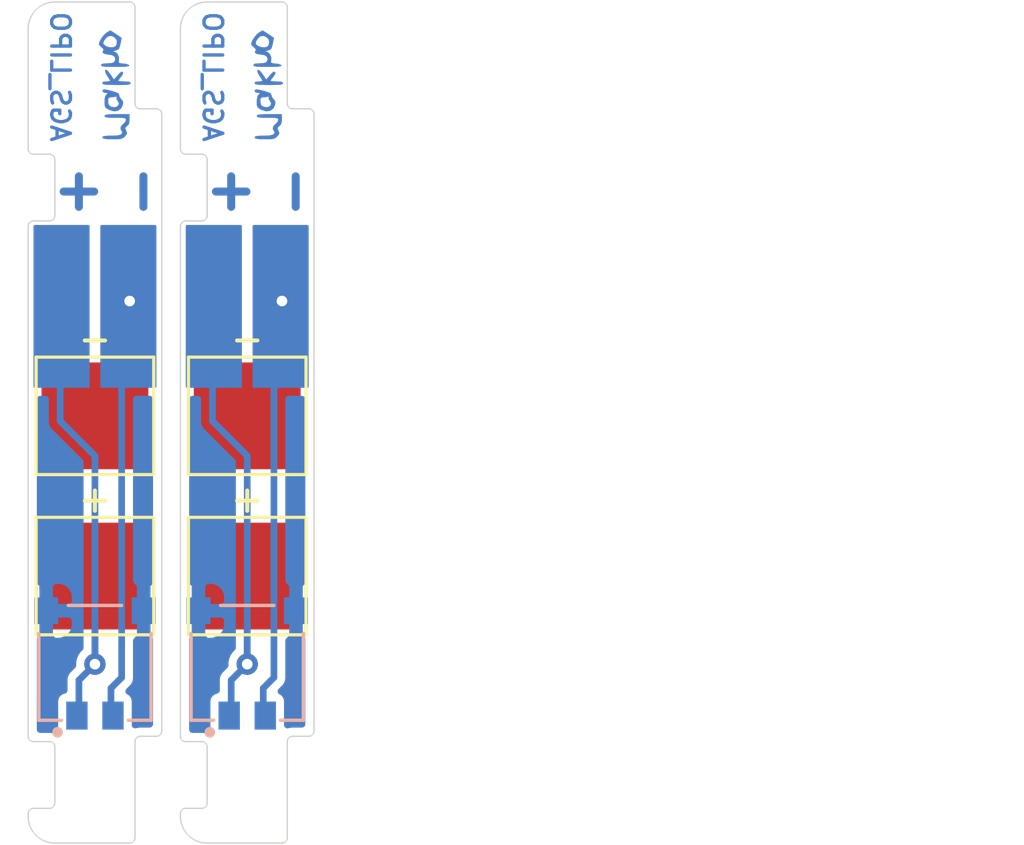
<source format=kicad_pcb>
(kicad_pcb (version 20171130) (host pcbnew "(5.1.6)-1")

  (general
    (thickness 1.6)
    (drawings 88)
    (tracks 32)
    (zones 0)
    (modules 8)
    (nets 4)
  )

  (page A4)
  (layers
    (0 F.Cu signal)
    (31 B.Cu signal)
    (32 B.Adhes user)
    (33 F.Adhes user)
    (34 B.Paste user)
    (35 F.Paste user)
    (36 B.SilkS user)
    (37 F.SilkS user)
    (38 B.Mask user)
    (39 F.Mask user)
    (40 Dwgs.User user)
    (41 Cmts.User user)
    (42 Eco1.User user)
    (43 Eco2.User user)
    (44 Edge.Cuts user)
    (45 Margin user)
    (46 B.CrtYd user)
    (47 F.CrtYd user)
    (48 B.Fab user)
    (49 F.Fab user)
  )

  (setup
    (last_trace_width 0.25)
    (trace_clearance 0.2)
    (zone_clearance 0.3)
    (zone_45_only no)
    (trace_min 0.2)
    (via_size 0.8)
    (via_drill 0.4)
    (via_min_size 0.4)
    (via_min_drill 0.3)
    (uvia_size 0.3)
    (uvia_drill 0.1)
    (uvias_allowed no)
    (uvia_min_size 0.2)
    (uvia_min_drill 0.1)
    (edge_width 0.05)
    (segment_width 0.2)
    (pcb_text_width 0.3)
    (pcb_text_size 1.5 1.5)
    (mod_edge_width 0.12)
    (mod_text_size 1 1)
    (mod_text_width 0.15)
    (pad_size 0.9 1)
    (pad_drill 0)
    (pad_to_mask_clearance 0.051)
    (solder_mask_min_width 0.25)
    (aux_axis_origin 0 0)
    (visible_elements 7FFFFFFF)
    (pcbplotparams
      (layerselection 0x010f0_ffffffff)
      (usegerberextensions true)
      (usegerberattributes false)
      (usegerberadvancedattributes false)
      (creategerberjobfile false)
      (excludeedgelayer true)
      (linewidth 0.150000)
      (plotframeref false)
      (viasonmask false)
      (mode 1)
      (useauxorigin false)
      (hpglpennumber 1)
      (hpglpenspeed 20)
      (hpglpendiameter 15.000000)
      (psnegative false)
      (psa4output false)
      (plotreference true)
      (plotvalue true)
      (plotinvisibletext false)
      (padsonsilk false)
      (subtractmaskfromsilk false)
      (outputformat 1)
      (mirror false)
      (drillshape 0)
      (scaleselection 1)
      (outputdirectory "gerbers(double)/"))
  )

  (net 0 "")
  (net 1 GND)
  (net 2 "Net-(J1-Pad2)")
  (net 3 "Net-(J1-Pad1)")

  (net_class Default "This is the default net class."
    (clearance 0.2)
    (trace_width 0.25)
    (via_dia 0.8)
    (via_drill 0.4)
    (uvia_dia 0.3)
    (uvia_drill 0.1)
    (add_net GND)
    (add_net "Net-(J1-Pad1)")
    (add_net "Net-(J1-Pad2)")
  )

  (module misc_footprints:makho_micro_fmask (layer B.Cu) (tedit 5F25B3E4) (tstamp 5F471623)
    (at 9 3.1 90)
    (fp_text reference Ref** (at 0 -1.7 90) (layer B.SilkS) hide
      (effects (font (size 1.27 1.27) (thickness 0.15)) (justify mirror))
    )
    (fp_text value Val** (at 0 1.45 90) (layer B.SilkS) hide
      (effects (font (size 1.27 1.27) (thickness 0.15)) (justify mirror))
    )
    (fp_poly (pts (xy -1.105667 0.027) (xy -1.107481 -0.181438) (xy -1.114142 -0.318683) (xy -1.127481 -0.398154)
      (xy -1.149327 -0.43327) (xy -1.169167 -0.438667) (xy -1.199437 -0.424273) (xy -1.218593 -0.371631)
      (xy -1.228876 -0.266547) (xy -1.232527 -0.094828) (xy -1.232667 -0.0365) (xy -1.233977 0.150494)
      (xy -1.240082 0.26852) (xy -1.254247 0.333265) (xy -1.279737 0.360412) (xy -1.316358 0.365667)
      (xy -1.398641 0.33261) (xy -1.469393 0.259833) (xy -1.560525 0.172608) (xy -1.660389 0.160547)
      (xy -1.730406 0.203006) (xy -1.789166 0.229053) (xy -1.844706 0.197823) (xy -1.880786 0.14195)
      (xy -1.901543 0.037873) (xy -1.909639 -0.130208) (xy -1.91 -0.18985) (xy -1.914722 -0.374777)
      (xy -1.930498 -0.48295) (xy -1.959746 -0.521839) (xy -2.004884 -0.498914) (xy -2.008778 -0.495111)
      (xy -2.021876 -0.442302) (xy -2.031743 -0.326896) (xy -2.036713 -0.170949) (xy -2.037 -0.12149)
      (xy -2.034588 0.053956) (xy -2.023753 0.167506) (xy -1.999097 0.241874) (xy -1.95522 0.299777)
      (xy -1.93132 0.32319) (xy -1.851678 0.387379) (xy -1.788118 0.395599) (xy -1.718499 0.365131)
      (xy -1.63612 0.331303) (xy -1.583106 0.353644) (xy -1.546612 0.400229) (xy -1.478886 0.463094)
      (xy -1.374447 0.489618) (xy -1.293766 0.492667) (xy -1.105667 0.492667) (xy -1.105667 0.027)) (layer B.Mask) (width 0.01))
    (fp_poly (pts (xy -0.598475 0.23487) (xy -0.538146 0.182995) (xy -0.452577 0.120822) (xy -0.379436 0.102834)
      (xy -0.332328 0.083809) (xy -0.286873 0.000442) (xy -0.243952 -0.132601) (xy -0.206477 -0.277449)
      (xy -0.181204 -0.396747) (xy -0.174333 -0.452027) (xy -0.19875 -0.516583) (xy -0.256119 -0.50956)
      (xy -0.273111 -0.495111) (xy -0.296911 -0.433693) (xy -0.30268 -0.378694) (xy -0.308591 -0.317878)
      (xy -0.335655 -0.33326) (xy -0.360263 -0.364583) (xy -0.431162 -0.41471) (xy -0.556519 -0.43662)
      (xy -0.633223 -0.438667) (xy -0.763229 -0.43464) (xy -0.839116 -0.411484) (xy -0.891396 -0.352582)
      (xy -0.933322 -0.275236) (xy -0.988792 -0.101654) (xy -0.846007 -0.101654) (xy -0.812103 -0.221788)
      (xy -0.810502 -0.224816) (xy -0.739581 -0.291966) (xy -0.617344 -0.311667) (xy -0.517602 -0.303381)
      (xy -0.477083 -0.267009) (xy -0.470667 -0.209296) (xy -0.458914 -0.095816) (xy -0.442306 -0.033018)
      (xy -0.434019 0.017367) (xy -0.46614 0.008631) (xy -0.534671 0.009863) (xy -0.602812 0.052824)
      (xy -0.694473 0.097816) (xy -0.774212 0.0755) (xy -0.82905 0.003226) (xy -0.846007 -0.101654)
      (xy -0.988792 -0.101654) (xy -0.989466 -0.099548) (xy -0.974356 0.053568) (xy -0.89206 0.170838)
      (xy -0.778228 0.230652) (xy -0.670822 0.25442) (xy -0.598475 0.23487)) (layer B.Mask) (width 0.01))
    (fp_poly (pts (xy 0.759655 0.432761) (xy 0.784915 0.326644) (xy 0.791078 0.266886) (xy 0.802682 0.147725)
      (xy 0.824764 0.093972) (xy 0.869195 0.086381) (xy 0.898564 0.092626) (xy 1.029977 0.095134)
      (xy 1.14855 0.048059) (xy 1.224037 -0.034307) (xy 1.234188 -0.065969) (xy 1.248432 -0.122276)
      (xy 1.250707 -0.120021) (xy 1.398919 -0.120021) (xy 1.399791 -0.25076) (xy 1.443277 -0.380038)
      (xy 1.466083 -0.415541) (xy 1.525851 -0.481141) (xy 1.584504 -0.486584) (xy 1.655328 -0.454816)
      (xy 1.754542 -0.384005) (xy 1.815363 -0.311611) (xy 1.833909 -0.198455) (xy 1.791159 -0.084757)
      (xy 1.704949 -0.000079) (xy 1.611046 0.027) (xy 1.505598 0.009686) (xy 1.4428 -0.0238)
      (xy 1.398919 -0.120021) (xy 1.250707 -0.120021) (xy 1.263523 -0.107319) (xy 1.28456 -0.028396)
      (xy 1.313827 0.0552) (xy 1.367231 0.104695) (xy 1.470017 0.138909) (xy 1.525879 0.151521)
      (xy 1.648057 0.177154) (xy 1.730463 0.193372) (xy 1.749504 0.196333) (xy 1.778227 0.163763)
      (xy 1.837757 0.079287) (xy 1.898948 -0.013694) (xy 2.033723 -0.223722) (xy 1.956278 -0.35639)
      (xy 1.875534 -0.451346) (xy 1.75675 -0.545867) (xy 1.630585 -0.619116) (xy 1.5277 -0.650255)
      (xy 1.523759 -0.650333) (xy 1.471154 -0.620113) (xy 1.401828 -0.547378) (xy 1.401314 -0.546725)
      (xy 1.334771 -0.479633) (xy 1.284908 -0.480491) (xy 1.269478 -0.493455) (xy 1.212885 -0.510268)
      (xy 1.164841 -0.459614) (xy 1.139274 -0.358518) (xy 1.13807 -0.332833) (xy 1.114923 -0.165209)
      (xy 1.054943 -0.063291) (xy 0.963695 -0.033001) (xy 0.880933 -0.059308) (xy 0.831344 -0.104033)
      (xy 0.806455 -0.184987) (xy 0.799346 -0.32549) (xy 0.799333 -0.334323) (xy 0.793565 -0.474229)
      (xy 0.773343 -0.546021) (xy 0.735833 -0.565667) (xy 0.709011 -0.553215) (xy 0.690764 -0.507394)
      (xy 0.679578 -0.415506) (xy 0.67394 -0.264854) (xy 0.672335 -0.04274) (xy 0.672333 -0.032972)
      (xy 0.674347 0.197694) (xy 0.68107 0.353707) (xy 0.693521 0.445002) (xy 0.71272 0.481513)
      (xy 0.72525 0.482302) (xy 0.759655 0.432761)) (layer B.Mask) (width 0.01))
    (fp_poly (pts (xy 0.096794 0.514097) (xy 0.11651 0.440749) (xy 0.122 0.302167) (xy 0.126217 0.174631)
      (xy 0.137094 0.09006) (xy 0.147639 0.069333) (xy 0.1934 0.094134) (xy 0.275566 0.155843)
      (xy 0.301887 0.177551) (xy 0.399306 0.245474) (xy 0.461424 0.250665) (xy 0.477107 0.239159)
      (xy 0.48627 0.192584) (xy 0.433459 0.121601) (xy 0.357892 0.053331) (xy 0.192067 -0.085888)
      (xy 0.393678 -0.2246) (xy 0.512711 -0.316241) (xy 0.558983 -0.378765) (xy 0.550854 -0.407746)
      (xy 0.492058 -0.41898) (xy 0.388101 -0.372221) (xy 0.336284 -0.33959) (xy 0.23262 -0.273764)
      (xy 0.16069 -0.233219) (xy 0.144074 -0.227) (xy 0.129475 -0.264265) (xy 0.122187 -0.355881)
      (xy 0.122 -0.375167) (xy 0.108684 -0.487959) (xy 0.070161 -0.523482) (xy 0.023222 -0.495111)
      (xy 0.012192 -0.444013) (xy 0.003182 -0.325989) (xy -0.002864 -0.158773) (xy -0.005 0.034056)
      (xy -0.003375 0.251341) (xy 0.002603 0.397031) (xy 0.014584 0.484152) (xy 0.03422 0.525732)
      (xy 0.0585 0.535) (xy 0.096794 0.514097)) (layer B.Mask) (width 0.01))
    (fp_poly (pts (xy 0.096794 0.514097) (xy 0.11651 0.440749) (xy 0.122 0.302167) (xy 0.126217 0.174631)
      (xy 0.137094 0.09006) (xy 0.147639 0.069333) (xy 0.1934 0.094134) (xy 0.275566 0.155843)
      (xy 0.301887 0.177551) (xy 0.399306 0.245474) (xy 0.461424 0.250665) (xy 0.477107 0.239159)
      (xy 0.48627 0.192584) (xy 0.433459 0.121601) (xy 0.357892 0.053331) (xy 0.192067 -0.085888)
      (xy 0.393678 -0.2246) (xy 0.512711 -0.316241) (xy 0.558983 -0.378765) (xy 0.550854 -0.407746)
      (xy 0.492058 -0.41898) (xy 0.388101 -0.372221) (xy 0.336284 -0.33959) (xy 0.23262 -0.273764)
      (xy 0.16069 -0.233219) (xy 0.144074 -0.227) (xy 0.129475 -0.264265) (xy 0.122187 -0.355881)
      (xy 0.122 -0.375167) (xy 0.108684 -0.487959) (xy 0.070161 -0.523482) (xy 0.023222 -0.495111)
      (xy 0.012192 -0.444013) (xy 0.003182 -0.325989) (xy -0.002864 -0.158773) (xy -0.005 0.034056)
      (xy -0.003375 0.251341) (xy 0.002603 0.397031) (xy 0.014584 0.484152) (xy 0.03422 0.525732)
      (xy 0.0585 0.535) (xy 0.096794 0.514097)) (layer B.Cu) (width 0.01))
    (fp_poly (pts (xy -0.598475 0.23487) (xy -0.538146 0.182995) (xy -0.452577 0.120822) (xy -0.379436 0.102834)
      (xy -0.332328 0.083809) (xy -0.286873 0.000442) (xy -0.243952 -0.132601) (xy -0.206477 -0.277449)
      (xy -0.181204 -0.396747) (xy -0.174333 -0.452027) (xy -0.19875 -0.516583) (xy -0.256119 -0.50956)
      (xy -0.273111 -0.495111) (xy -0.296911 -0.433693) (xy -0.30268 -0.378694) (xy -0.308591 -0.317878)
      (xy -0.335655 -0.33326) (xy -0.360263 -0.364583) (xy -0.431162 -0.41471) (xy -0.556519 -0.43662)
      (xy -0.633223 -0.438667) (xy -0.763229 -0.43464) (xy -0.839116 -0.411484) (xy -0.891396 -0.352582)
      (xy -0.933322 -0.275236) (xy -0.988792 -0.101654) (xy -0.846007 -0.101654) (xy -0.812103 -0.221788)
      (xy -0.810502 -0.224816) (xy -0.739581 -0.291966) (xy -0.617344 -0.311667) (xy -0.517602 -0.303381)
      (xy -0.477083 -0.267009) (xy -0.470667 -0.209296) (xy -0.458914 -0.095816) (xy -0.442306 -0.033018)
      (xy -0.434019 0.017367) (xy -0.46614 0.008631) (xy -0.534671 0.009863) (xy -0.602812 0.052824)
      (xy -0.694473 0.097816) (xy -0.774212 0.0755) (xy -0.82905 0.003226) (xy -0.846007 -0.101654)
      (xy -0.988792 -0.101654) (xy -0.989466 -0.099548) (xy -0.974356 0.053568) (xy -0.89206 0.170838)
      (xy -0.778228 0.230652) (xy -0.670822 0.25442) (xy -0.598475 0.23487)) (layer B.Cu) (width 0.01))
    (fp_poly (pts (xy -1.105667 0.027) (xy -1.107481 -0.181438) (xy -1.114142 -0.318683) (xy -1.127481 -0.398154)
      (xy -1.149327 -0.43327) (xy -1.169167 -0.438667) (xy -1.199437 -0.424273) (xy -1.218593 -0.371631)
      (xy -1.228876 -0.266547) (xy -1.232527 -0.094828) (xy -1.232667 -0.0365) (xy -1.233977 0.150494)
      (xy -1.240082 0.26852) (xy -1.254247 0.333265) (xy -1.279737 0.360412) (xy -1.316358 0.365667)
      (xy -1.398641 0.33261) (xy -1.469393 0.259833) (xy -1.560525 0.172608) (xy -1.660389 0.160547)
      (xy -1.730406 0.203006) (xy -1.789166 0.229053) (xy -1.844706 0.197823) (xy -1.880786 0.14195)
      (xy -1.901543 0.037873) (xy -1.909639 -0.130208) (xy -1.91 -0.18985) (xy -1.914722 -0.374777)
      (xy -1.930498 -0.48295) (xy -1.959746 -0.521839) (xy -2.004884 -0.498914) (xy -2.008778 -0.495111)
      (xy -2.021876 -0.442302) (xy -2.031743 -0.326896) (xy -2.036713 -0.170949) (xy -2.037 -0.12149)
      (xy -2.034588 0.053956) (xy -2.023753 0.167506) (xy -1.999097 0.241874) (xy -1.95522 0.299777)
      (xy -1.93132 0.32319) (xy -1.851678 0.387379) (xy -1.788118 0.395599) (xy -1.718499 0.365131)
      (xy -1.63612 0.331303) (xy -1.583106 0.353644) (xy -1.546612 0.400229) (xy -1.478886 0.463094)
      (xy -1.374447 0.489618) (xy -1.293766 0.492667) (xy -1.105667 0.492667) (xy -1.105667 0.027)) (layer B.Cu) (width 0.01))
    (fp_poly (pts (xy 0.759655 0.432761) (xy 0.784915 0.326644) (xy 0.791078 0.266886) (xy 0.802682 0.147725)
      (xy 0.824764 0.093972) (xy 0.869195 0.086381) (xy 0.898564 0.092626) (xy 1.029977 0.095134)
      (xy 1.14855 0.048059) (xy 1.224037 -0.034307) (xy 1.234188 -0.065969) (xy 1.248432 -0.122276)
      (xy 1.250707 -0.120021) (xy 1.398919 -0.120021) (xy 1.399791 -0.25076) (xy 1.443277 -0.380038)
      (xy 1.466083 -0.415541) (xy 1.525851 -0.481141) (xy 1.584504 -0.486584) (xy 1.655328 -0.454816)
      (xy 1.754542 -0.384005) (xy 1.815363 -0.311611) (xy 1.833909 -0.198455) (xy 1.791159 -0.084757)
      (xy 1.704949 -0.000079) (xy 1.611046 0.027) (xy 1.505598 0.009686) (xy 1.4428 -0.0238)
      (xy 1.398919 -0.120021) (xy 1.250707 -0.120021) (xy 1.263523 -0.107319) (xy 1.28456 -0.028396)
      (xy 1.313827 0.0552) (xy 1.367231 0.104695) (xy 1.470017 0.138909) (xy 1.525879 0.151521)
      (xy 1.648057 0.177154) (xy 1.730463 0.193372) (xy 1.749504 0.196333) (xy 1.778227 0.163763)
      (xy 1.837757 0.079287) (xy 1.898948 -0.013694) (xy 2.033723 -0.223722) (xy 1.956278 -0.35639)
      (xy 1.875534 -0.451346) (xy 1.75675 -0.545867) (xy 1.630585 -0.619116) (xy 1.5277 -0.650255)
      (xy 1.523759 -0.650333) (xy 1.471154 -0.620113) (xy 1.401828 -0.547378) (xy 1.401314 -0.546725)
      (xy 1.334771 -0.479633) (xy 1.284908 -0.480491) (xy 1.269478 -0.493455) (xy 1.212885 -0.510268)
      (xy 1.164841 -0.459614) (xy 1.139274 -0.358518) (xy 1.13807 -0.332833) (xy 1.114923 -0.165209)
      (xy 1.054943 -0.063291) (xy 0.963695 -0.033001) (xy 0.880933 -0.059308) (xy 0.831344 -0.104033)
      (xy 0.806455 -0.184987) (xy 0.799346 -0.32549) (xy 0.799333 -0.334323) (xy 0.793565 -0.474229)
      (xy 0.773343 -0.546021) (xy 0.735833 -0.565667) (xy 0.709011 -0.553215) (xy 0.690764 -0.507394)
      (xy 0.679578 -0.415506) (xy 0.67394 -0.264854) (xy 0.672335 -0.04274) (xy 0.672333 -0.032972)
      (xy 0.674347 0.197694) (xy 0.68107 0.353707) (xy 0.693521 0.445002) (xy 0.71272 0.481513)
      (xy 0.72525 0.482302) (xy 0.759655 0.432761)) (layer B.Cu) (width 0.01))
  )

  (module TestPoint:TestPoint_Pad_4.0x4.0mm (layer F.Cu) (tedit 5A0F774F) (tstamp 5F471611)
    (at 8.2 21.5)
    (descr "SMD rectangular pad as test Point, square 4.0mm side length")
    (tags "test point SMD pad rectangle square")
    (path /5F0BE68B)
    (attr virtual)
    (fp_text reference + (at 0 -2.898) (layer F.SilkS)
      (effects (font (size 1 1) (thickness 0.15)))
    )
    (fp_text value TestPoint (at 0 3.1) (layer F.Fab)
      (effects (font (size 1 1) (thickness 0.15)))
    )
    (fp_line (start -2.2 -2.2) (end 2.2 -2.2) (layer F.SilkS) (width 0.12))
    (fp_line (start 2.2 -2.2) (end 2.2 2.2) (layer F.SilkS) (width 0.12))
    (fp_line (start 2.2 2.2) (end -2.2 2.2) (layer F.SilkS) (width 0.12))
    (fp_line (start -2.2 2.2) (end -2.2 -2.2) (layer F.SilkS) (width 0.12))
    (fp_line (start -2.5 -2.5) (end 2.5 -2.5) (layer F.CrtYd) (width 0.05))
    (fp_line (start -2.5 -2.5) (end -2.5 2.5) (layer F.CrtYd) (width 0.05))
    (fp_line (start 2.5 2.5) (end 2.5 -2.5) (layer F.CrtYd) (width 0.05))
    (fp_line (start 2.5 2.5) (end -2.5 2.5) (layer F.CrtYd) (width 0.05))
    (fp_text user %R (at 0 -2.9) (layer F.Fab)
      (effects (font (size 1 1) (thickness 0.15)))
    )
    (pad 1 smd rect (at 0 0) (size 4 4) (layers F.Cu F.Mask))
  )

  (module "misc_footprints:JST_BM02B-ACHSS-GAN-TF(LF)(SN)" (layer B.Cu) (tedit 5F4715CE) (tstamp 5F4715FB)
    (at 8.2 24.75)
    (path /5F0BDC23)
    (fp_text reference J1 (at 1.075 3.635) (layer B.SilkS) hide
      (effects (font (size 1 1) (thickness 0.015)) (justify mirror))
    )
    (fp_text value "BM02B-ACHSS-GAN-TF(LF)(SN)" (at 16.95 -3.365) (layer B.Fab)
      (effects (font (size 1 1) (thickness 0.015)) (justify mirror))
    )
    (fp_line (start -2.1 2.15) (end 2.1 2.15) (layer B.Fab) (width 0.127))
    (fp_line (start 2.1 2.15) (end 2.1 -2.15) (layer B.Fab) (width 0.127))
    (fp_line (start 2.1 -2.15) (end -2.1 -2.15) (layer B.Fab) (width 0.127))
    (fp_line (start -2.1 -2.15) (end -2.1 2.15) (layer B.Fab) (width 0.127))
    (fp_line (start -1.25 2.15) (end -2.1 2.15) (layer B.SilkS) (width 0.127))
    (fp_line (start -2.1 2.15) (end -2.1 -1.1) (layer B.SilkS) (width 0.127))
    (fp_line (start 1.25 2.15) (end 2.1 2.15) (layer B.SilkS) (width 0.127))
    (fp_line (start 2.1 2.15) (end 2.1 -1.1) (layer B.SilkS) (width 0.127))
    (fp_line (start -1 -2.15) (end 1 -2.15) (layer B.SilkS) (width 0.127))
    (fp_line (start -2.35 2.5625) (end 2.35 2.5625) (layer B.CrtYd) (width 0.05))
    (fp_line (start 2.35 2.5625) (end 2.35 -2.54) (layer B.CrtYd) (width 0.05))
    (fp_line (start 2.35 -2.54) (end -2.35 -2.54) (layer B.CrtYd) (width 0.05))
    (fp_line (start -2.35 -2.54) (end -2.35 2.5625) (layer B.CrtYd) (width 0.05))
    (fp_circle (center -1.4 2.6) (end -1.3 2.6) (layer B.SilkS) (width 0.2))
    (fp_circle (center -1.4 2.6) (end -1.3 2.6) (layer B.Fab) (width 0.2))
    (pad 1 smd rect (at -0.675 1.975) (size 0.8 1.05) (layers B.Cu B.Paste B.Mask))
    (pad 2 smd rect (at 0.675 1.975) (size 0.8 1.05) (layers B.Cu B.Paste B.Mask))
    (pad S1 smd rect (at -1.825 -1.95) (size 0.9 1) (layers B.Cu B.Paste B.Mask)
      (net 1 GND))
    (pad S2 smd rect (at 1.825 -1.95) (size 0.9 1) (layers B.Cu B.Paste B.Mask)
      (net 1 GND))
  )

  (module TestPoint:TestPoint_Pad_4.0x4.0mm (layer F.Cu) (tedit 5A0F774F) (tstamp 5F4715EE)
    (at 8.2 15.5)
    (descr "SMD rectangular pad as test Point, square 4.0mm side length")
    (tags "test point SMD pad rectangle square")
    (path /5F0BEC84)
    (attr virtual)
    (fp_text reference - (at 0 -2.898) (layer F.SilkS)
      (effects (font (size 1 1) (thickness 0.15)))
    )
    (fp_text value TestPoint (at 0 3.1) (layer F.Fab)
      (effects (font (size 1 1) (thickness 0.15)))
    )
    (fp_line (start 2.5 2.5) (end -2.5 2.5) (layer F.CrtYd) (width 0.05))
    (fp_line (start 2.5 2.5) (end 2.5 -2.5) (layer F.CrtYd) (width 0.05))
    (fp_line (start -2.5 -2.5) (end -2.5 2.5) (layer F.CrtYd) (width 0.05))
    (fp_line (start -2.5 -2.5) (end 2.5 -2.5) (layer F.CrtYd) (width 0.05))
    (fp_line (start -2.2 2.2) (end -2.2 -2.2) (layer F.SilkS) (width 0.12))
    (fp_line (start 2.2 2.2) (end -2.2 2.2) (layer F.SilkS) (width 0.12))
    (fp_line (start 2.2 -2.2) (end 2.2 2.2) (layer F.SilkS) (width 0.12))
    (fp_line (start -2.2 -2.2) (end 2.2 -2.2) (layer F.SilkS) (width 0.12))
    (fp_text user %R (at 0 -2.9) (layer F.Fab)
      (effects (font (size 1 1) (thickness 0.15)))
    )
    (pad 1 smd rect (at 0 0) (size 4 4) (layers F.Cu F.Mask))
  )

  (module "misc_footprints:JST_BM02B-ACHSS-GAN-TF(LF)(SN)" (layer B.Cu) (tedit 5F3EEB13) (tstamp 5F3EEAD0)
    (at 2.5 24.75)
    (path /5F0BDC23)
    (fp_text reference J1 (at 1.075 3.635) (layer B.SilkS) hide
      (effects (font (size 1 1) (thickness 0.015)) (justify mirror))
    )
    (fp_text value "BM02B-ACHSS-GAN-TF(LF)(SN)" (at 16.95 -3.365) (layer B.Fab)
      (effects (font (size 1 1) (thickness 0.015)) (justify mirror))
    )
    (fp_line (start -2.1 2.15) (end 2.1 2.15) (layer B.Fab) (width 0.127))
    (fp_line (start 2.1 2.15) (end 2.1 -2.15) (layer B.Fab) (width 0.127))
    (fp_line (start 2.1 -2.15) (end -2.1 -2.15) (layer B.Fab) (width 0.127))
    (fp_line (start -2.1 -2.15) (end -2.1 2.15) (layer B.Fab) (width 0.127))
    (fp_line (start -1.25 2.15) (end -2.1 2.15) (layer B.SilkS) (width 0.127))
    (fp_line (start -2.1 2.15) (end -2.1 -1.1) (layer B.SilkS) (width 0.127))
    (fp_line (start 1.25 2.15) (end 2.1 2.15) (layer B.SilkS) (width 0.127))
    (fp_line (start 2.1 2.15) (end 2.1 -1.1) (layer B.SilkS) (width 0.127))
    (fp_line (start -1 -2.15) (end 1 -2.15) (layer B.SilkS) (width 0.127))
    (fp_line (start -2.35 2.5625) (end 2.35 2.5625) (layer B.CrtYd) (width 0.05))
    (fp_line (start 2.35 2.5625) (end 2.35 -2.54) (layer B.CrtYd) (width 0.05))
    (fp_line (start 2.35 -2.54) (end -2.35 -2.54) (layer B.CrtYd) (width 0.05))
    (fp_line (start -2.35 -2.54) (end -2.35 2.5625) (layer B.CrtYd) (width 0.05))
    (fp_circle (center -1.4 2.6) (end -1.3 2.6) (layer B.SilkS) (width 0.2))
    (fp_circle (center -1.4 2.6) (end -1.3 2.6) (layer B.Fab) (width 0.2))
    (pad S2 smd rect (at 1.825 -1.95) (size 0.9 1) (layers B.Cu B.Paste B.Mask)
      (net 1 GND))
    (pad S1 smd rect (at -1.825 -1.95) (size 0.9 1) (layers B.Cu B.Paste B.Mask)
      (net 1 GND))
    (pad 2 smd rect (at 0.675 1.975) (size 0.8 1.05) (layers B.Cu B.Paste B.Mask)
      (net 2 "Net-(J1-Pad2)"))
    (pad 1 smd rect (at -0.675 1.975) (size 0.8 1.05) (layers B.Cu B.Paste B.Mask)
      (net 3 "Net-(J1-Pad1)"))
  )

  (module misc_footprints:makho_micro_fmask (layer B.Cu) (tedit 5F25B3E4) (tstamp 5F26150A)
    (at 3.3 3.1 90)
    (fp_text reference Ref** (at 0 -1.7 90) (layer B.SilkS) hide
      (effects (font (size 1.27 1.27) (thickness 0.15)) (justify mirror))
    )
    (fp_text value Val** (at 0 1.45 90) (layer B.SilkS) hide
      (effects (font (size 1.27 1.27) (thickness 0.15)) (justify mirror))
    )
    (fp_poly (pts (xy -1.105667 0.027) (xy -1.107481 -0.181438) (xy -1.114142 -0.318683) (xy -1.127481 -0.398154)
      (xy -1.149327 -0.43327) (xy -1.169167 -0.438667) (xy -1.199437 -0.424273) (xy -1.218593 -0.371631)
      (xy -1.228876 -0.266547) (xy -1.232527 -0.094828) (xy -1.232667 -0.0365) (xy -1.233977 0.150494)
      (xy -1.240082 0.26852) (xy -1.254247 0.333265) (xy -1.279737 0.360412) (xy -1.316358 0.365667)
      (xy -1.398641 0.33261) (xy -1.469393 0.259833) (xy -1.560525 0.172608) (xy -1.660389 0.160547)
      (xy -1.730406 0.203006) (xy -1.789166 0.229053) (xy -1.844706 0.197823) (xy -1.880786 0.14195)
      (xy -1.901543 0.037873) (xy -1.909639 -0.130208) (xy -1.91 -0.18985) (xy -1.914722 -0.374777)
      (xy -1.930498 -0.48295) (xy -1.959746 -0.521839) (xy -2.004884 -0.498914) (xy -2.008778 -0.495111)
      (xy -2.021876 -0.442302) (xy -2.031743 -0.326896) (xy -2.036713 -0.170949) (xy -2.037 -0.12149)
      (xy -2.034588 0.053956) (xy -2.023753 0.167506) (xy -1.999097 0.241874) (xy -1.95522 0.299777)
      (xy -1.93132 0.32319) (xy -1.851678 0.387379) (xy -1.788118 0.395599) (xy -1.718499 0.365131)
      (xy -1.63612 0.331303) (xy -1.583106 0.353644) (xy -1.546612 0.400229) (xy -1.478886 0.463094)
      (xy -1.374447 0.489618) (xy -1.293766 0.492667) (xy -1.105667 0.492667) (xy -1.105667 0.027)) (layer B.Mask) (width 0.01))
    (fp_poly (pts (xy -0.598475 0.23487) (xy -0.538146 0.182995) (xy -0.452577 0.120822) (xy -0.379436 0.102834)
      (xy -0.332328 0.083809) (xy -0.286873 0.000442) (xy -0.243952 -0.132601) (xy -0.206477 -0.277449)
      (xy -0.181204 -0.396747) (xy -0.174333 -0.452027) (xy -0.19875 -0.516583) (xy -0.256119 -0.50956)
      (xy -0.273111 -0.495111) (xy -0.296911 -0.433693) (xy -0.30268 -0.378694) (xy -0.308591 -0.317878)
      (xy -0.335655 -0.33326) (xy -0.360263 -0.364583) (xy -0.431162 -0.41471) (xy -0.556519 -0.43662)
      (xy -0.633223 -0.438667) (xy -0.763229 -0.43464) (xy -0.839116 -0.411484) (xy -0.891396 -0.352582)
      (xy -0.933322 -0.275236) (xy -0.988792 -0.101654) (xy -0.846007 -0.101654) (xy -0.812103 -0.221788)
      (xy -0.810502 -0.224816) (xy -0.739581 -0.291966) (xy -0.617344 -0.311667) (xy -0.517602 -0.303381)
      (xy -0.477083 -0.267009) (xy -0.470667 -0.209296) (xy -0.458914 -0.095816) (xy -0.442306 -0.033018)
      (xy -0.434019 0.017367) (xy -0.46614 0.008631) (xy -0.534671 0.009863) (xy -0.602812 0.052824)
      (xy -0.694473 0.097816) (xy -0.774212 0.0755) (xy -0.82905 0.003226) (xy -0.846007 -0.101654)
      (xy -0.988792 -0.101654) (xy -0.989466 -0.099548) (xy -0.974356 0.053568) (xy -0.89206 0.170838)
      (xy -0.778228 0.230652) (xy -0.670822 0.25442) (xy -0.598475 0.23487)) (layer B.Mask) (width 0.01))
    (fp_poly (pts (xy 0.759655 0.432761) (xy 0.784915 0.326644) (xy 0.791078 0.266886) (xy 0.802682 0.147725)
      (xy 0.824764 0.093972) (xy 0.869195 0.086381) (xy 0.898564 0.092626) (xy 1.029977 0.095134)
      (xy 1.14855 0.048059) (xy 1.224037 -0.034307) (xy 1.234188 -0.065969) (xy 1.248432 -0.122276)
      (xy 1.250707 -0.120021) (xy 1.398919 -0.120021) (xy 1.399791 -0.25076) (xy 1.443277 -0.380038)
      (xy 1.466083 -0.415541) (xy 1.525851 -0.481141) (xy 1.584504 -0.486584) (xy 1.655328 -0.454816)
      (xy 1.754542 -0.384005) (xy 1.815363 -0.311611) (xy 1.833909 -0.198455) (xy 1.791159 -0.084757)
      (xy 1.704949 -0.000079) (xy 1.611046 0.027) (xy 1.505598 0.009686) (xy 1.4428 -0.0238)
      (xy 1.398919 -0.120021) (xy 1.250707 -0.120021) (xy 1.263523 -0.107319) (xy 1.28456 -0.028396)
      (xy 1.313827 0.0552) (xy 1.367231 0.104695) (xy 1.470017 0.138909) (xy 1.525879 0.151521)
      (xy 1.648057 0.177154) (xy 1.730463 0.193372) (xy 1.749504 0.196333) (xy 1.778227 0.163763)
      (xy 1.837757 0.079287) (xy 1.898948 -0.013694) (xy 2.033723 -0.223722) (xy 1.956278 -0.35639)
      (xy 1.875534 -0.451346) (xy 1.75675 -0.545867) (xy 1.630585 -0.619116) (xy 1.5277 -0.650255)
      (xy 1.523759 -0.650333) (xy 1.471154 -0.620113) (xy 1.401828 -0.547378) (xy 1.401314 -0.546725)
      (xy 1.334771 -0.479633) (xy 1.284908 -0.480491) (xy 1.269478 -0.493455) (xy 1.212885 -0.510268)
      (xy 1.164841 -0.459614) (xy 1.139274 -0.358518) (xy 1.13807 -0.332833) (xy 1.114923 -0.165209)
      (xy 1.054943 -0.063291) (xy 0.963695 -0.033001) (xy 0.880933 -0.059308) (xy 0.831344 -0.104033)
      (xy 0.806455 -0.184987) (xy 0.799346 -0.32549) (xy 0.799333 -0.334323) (xy 0.793565 -0.474229)
      (xy 0.773343 -0.546021) (xy 0.735833 -0.565667) (xy 0.709011 -0.553215) (xy 0.690764 -0.507394)
      (xy 0.679578 -0.415506) (xy 0.67394 -0.264854) (xy 0.672335 -0.04274) (xy 0.672333 -0.032972)
      (xy 0.674347 0.197694) (xy 0.68107 0.353707) (xy 0.693521 0.445002) (xy 0.71272 0.481513)
      (xy 0.72525 0.482302) (xy 0.759655 0.432761)) (layer B.Mask) (width 0.01))
    (fp_poly (pts (xy 0.096794 0.514097) (xy 0.11651 0.440749) (xy 0.122 0.302167) (xy 0.126217 0.174631)
      (xy 0.137094 0.09006) (xy 0.147639 0.069333) (xy 0.1934 0.094134) (xy 0.275566 0.155843)
      (xy 0.301887 0.177551) (xy 0.399306 0.245474) (xy 0.461424 0.250665) (xy 0.477107 0.239159)
      (xy 0.48627 0.192584) (xy 0.433459 0.121601) (xy 0.357892 0.053331) (xy 0.192067 -0.085888)
      (xy 0.393678 -0.2246) (xy 0.512711 -0.316241) (xy 0.558983 -0.378765) (xy 0.550854 -0.407746)
      (xy 0.492058 -0.41898) (xy 0.388101 -0.372221) (xy 0.336284 -0.33959) (xy 0.23262 -0.273764)
      (xy 0.16069 -0.233219) (xy 0.144074 -0.227) (xy 0.129475 -0.264265) (xy 0.122187 -0.355881)
      (xy 0.122 -0.375167) (xy 0.108684 -0.487959) (xy 0.070161 -0.523482) (xy 0.023222 -0.495111)
      (xy 0.012192 -0.444013) (xy 0.003182 -0.325989) (xy -0.002864 -0.158773) (xy -0.005 0.034056)
      (xy -0.003375 0.251341) (xy 0.002603 0.397031) (xy 0.014584 0.484152) (xy 0.03422 0.525732)
      (xy 0.0585 0.535) (xy 0.096794 0.514097)) (layer B.Mask) (width 0.01))
    (fp_poly (pts (xy 0.096794 0.514097) (xy 0.11651 0.440749) (xy 0.122 0.302167) (xy 0.126217 0.174631)
      (xy 0.137094 0.09006) (xy 0.147639 0.069333) (xy 0.1934 0.094134) (xy 0.275566 0.155843)
      (xy 0.301887 0.177551) (xy 0.399306 0.245474) (xy 0.461424 0.250665) (xy 0.477107 0.239159)
      (xy 0.48627 0.192584) (xy 0.433459 0.121601) (xy 0.357892 0.053331) (xy 0.192067 -0.085888)
      (xy 0.393678 -0.2246) (xy 0.512711 -0.316241) (xy 0.558983 -0.378765) (xy 0.550854 -0.407746)
      (xy 0.492058 -0.41898) (xy 0.388101 -0.372221) (xy 0.336284 -0.33959) (xy 0.23262 -0.273764)
      (xy 0.16069 -0.233219) (xy 0.144074 -0.227) (xy 0.129475 -0.264265) (xy 0.122187 -0.355881)
      (xy 0.122 -0.375167) (xy 0.108684 -0.487959) (xy 0.070161 -0.523482) (xy 0.023222 -0.495111)
      (xy 0.012192 -0.444013) (xy 0.003182 -0.325989) (xy -0.002864 -0.158773) (xy -0.005 0.034056)
      (xy -0.003375 0.251341) (xy 0.002603 0.397031) (xy 0.014584 0.484152) (xy 0.03422 0.525732)
      (xy 0.0585 0.535) (xy 0.096794 0.514097)) (layer B.Cu) (width 0.01))
    (fp_poly (pts (xy -0.598475 0.23487) (xy -0.538146 0.182995) (xy -0.452577 0.120822) (xy -0.379436 0.102834)
      (xy -0.332328 0.083809) (xy -0.286873 0.000442) (xy -0.243952 -0.132601) (xy -0.206477 -0.277449)
      (xy -0.181204 -0.396747) (xy -0.174333 -0.452027) (xy -0.19875 -0.516583) (xy -0.256119 -0.50956)
      (xy -0.273111 -0.495111) (xy -0.296911 -0.433693) (xy -0.30268 -0.378694) (xy -0.308591 -0.317878)
      (xy -0.335655 -0.33326) (xy -0.360263 -0.364583) (xy -0.431162 -0.41471) (xy -0.556519 -0.43662)
      (xy -0.633223 -0.438667) (xy -0.763229 -0.43464) (xy -0.839116 -0.411484) (xy -0.891396 -0.352582)
      (xy -0.933322 -0.275236) (xy -0.988792 -0.101654) (xy -0.846007 -0.101654) (xy -0.812103 -0.221788)
      (xy -0.810502 -0.224816) (xy -0.739581 -0.291966) (xy -0.617344 -0.311667) (xy -0.517602 -0.303381)
      (xy -0.477083 -0.267009) (xy -0.470667 -0.209296) (xy -0.458914 -0.095816) (xy -0.442306 -0.033018)
      (xy -0.434019 0.017367) (xy -0.46614 0.008631) (xy -0.534671 0.009863) (xy -0.602812 0.052824)
      (xy -0.694473 0.097816) (xy -0.774212 0.0755) (xy -0.82905 0.003226) (xy -0.846007 -0.101654)
      (xy -0.988792 -0.101654) (xy -0.989466 -0.099548) (xy -0.974356 0.053568) (xy -0.89206 0.170838)
      (xy -0.778228 0.230652) (xy -0.670822 0.25442) (xy -0.598475 0.23487)) (layer B.Cu) (width 0.01))
    (fp_poly (pts (xy -1.105667 0.027) (xy -1.107481 -0.181438) (xy -1.114142 -0.318683) (xy -1.127481 -0.398154)
      (xy -1.149327 -0.43327) (xy -1.169167 -0.438667) (xy -1.199437 -0.424273) (xy -1.218593 -0.371631)
      (xy -1.228876 -0.266547) (xy -1.232527 -0.094828) (xy -1.232667 -0.0365) (xy -1.233977 0.150494)
      (xy -1.240082 0.26852) (xy -1.254247 0.333265) (xy -1.279737 0.360412) (xy -1.316358 0.365667)
      (xy -1.398641 0.33261) (xy -1.469393 0.259833) (xy -1.560525 0.172608) (xy -1.660389 0.160547)
      (xy -1.730406 0.203006) (xy -1.789166 0.229053) (xy -1.844706 0.197823) (xy -1.880786 0.14195)
      (xy -1.901543 0.037873) (xy -1.909639 -0.130208) (xy -1.91 -0.18985) (xy -1.914722 -0.374777)
      (xy -1.930498 -0.48295) (xy -1.959746 -0.521839) (xy -2.004884 -0.498914) (xy -2.008778 -0.495111)
      (xy -2.021876 -0.442302) (xy -2.031743 -0.326896) (xy -2.036713 -0.170949) (xy -2.037 -0.12149)
      (xy -2.034588 0.053956) (xy -2.023753 0.167506) (xy -1.999097 0.241874) (xy -1.95522 0.299777)
      (xy -1.93132 0.32319) (xy -1.851678 0.387379) (xy -1.788118 0.395599) (xy -1.718499 0.365131)
      (xy -1.63612 0.331303) (xy -1.583106 0.353644) (xy -1.546612 0.400229) (xy -1.478886 0.463094)
      (xy -1.374447 0.489618) (xy -1.293766 0.492667) (xy -1.105667 0.492667) (xy -1.105667 0.027)) (layer B.Cu) (width 0.01))
    (fp_poly (pts (xy 0.759655 0.432761) (xy 0.784915 0.326644) (xy 0.791078 0.266886) (xy 0.802682 0.147725)
      (xy 0.824764 0.093972) (xy 0.869195 0.086381) (xy 0.898564 0.092626) (xy 1.029977 0.095134)
      (xy 1.14855 0.048059) (xy 1.224037 -0.034307) (xy 1.234188 -0.065969) (xy 1.248432 -0.122276)
      (xy 1.250707 -0.120021) (xy 1.398919 -0.120021) (xy 1.399791 -0.25076) (xy 1.443277 -0.380038)
      (xy 1.466083 -0.415541) (xy 1.525851 -0.481141) (xy 1.584504 -0.486584) (xy 1.655328 -0.454816)
      (xy 1.754542 -0.384005) (xy 1.815363 -0.311611) (xy 1.833909 -0.198455) (xy 1.791159 -0.084757)
      (xy 1.704949 -0.000079) (xy 1.611046 0.027) (xy 1.505598 0.009686) (xy 1.4428 -0.0238)
      (xy 1.398919 -0.120021) (xy 1.250707 -0.120021) (xy 1.263523 -0.107319) (xy 1.28456 -0.028396)
      (xy 1.313827 0.0552) (xy 1.367231 0.104695) (xy 1.470017 0.138909) (xy 1.525879 0.151521)
      (xy 1.648057 0.177154) (xy 1.730463 0.193372) (xy 1.749504 0.196333) (xy 1.778227 0.163763)
      (xy 1.837757 0.079287) (xy 1.898948 -0.013694) (xy 2.033723 -0.223722) (xy 1.956278 -0.35639)
      (xy 1.875534 -0.451346) (xy 1.75675 -0.545867) (xy 1.630585 -0.619116) (xy 1.5277 -0.650255)
      (xy 1.523759 -0.650333) (xy 1.471154 -0.620113) (xy 1.401828 -0.547378) (xy 1.401314 -0.546725)
      (xy 1.334771 -0.479633) (xy 1.284908 -0.480491) (xy 1.269478 -0.493455) (xy 1.212885 -0.510268)
      (xy 1.164841 -0.459614) (xy 1.139274 -0.358518) (xy 1.13807 -0.332833) (xy 1.114923 -0.165209)
      (xy 1.054943 -0.063291) (xy 0.963695 -0.033001) (xy 0.880933 -0.059308) (xy 0.831344 -0.104033)
      (xy 0.806455 -0.184987) (xy 0.799346 -0.32549) (xy 0.799333 -0.334323) (xy 0.793565 -0.474229)
      (xy 0.773343 -0.546021) (xy 0.735833 -0.565667) (xy 0.709011 -0.553215) (xy 0.690764 -0.507394)
      (xy 0.679578 -0.415506) (xy 0.67394 -0.264854) (xy 0.672335 -0.04274) (xy 0.672333 -0.032972)
      (xy 0.674347 0.197694) (xy 0.68107 0.353707) (xy 0.693521 0.445002) (xy 0.71272 0.481513)
      (xy 0.72525 0.482302) (xy 0.759655 0.432761)) (layer B.Cu) (width 0.01))
  )

  (module TestPoint:TestPoint_Pad_4.0x4.0mm (layer F.Cu) (tedit 5A0F774F) (tstamp 5F0BDE92)
    (at 2.5 21.5)
    (descr "SMD rectangular pad as test Point, square 4.0mm side length")
    (tags "test point SMD pad rectangle square")
    (path /5F0BE68B)
    (attr virtual)
    (fp_text reference + (at 0 -2.898) (layer F.SilkS)
      (effects (font (size 1 1) (thickness 0.15)))
    )
    (fp_text value TestPoint (at 0 3.1) (layer F.Fab)
      (effects (font (size 1 1) (thickness 0.15)))
    )
    (fp_line (start -2.2 -2.2) (end 2.2 -2.2) (layer F.SilkS) (width 0.12))
    (fp_line (start 2.2 -2.2) (end 2.2 2.2) (layer F.SilkS) (width 0.12))
    (fp_line (start 2.2 2.2) (end -2.2 2.2) (layer F.SilkS) (width 0.12))
    (fp_line (start -2.2 2.2) (end -2.2 -2.2) (layer F.SilkS) (width 0.12))
    (fp_line (start -2.5 -2.5) (end 2.5 -2.5) (layer F.CrtYd) (width 0.05))
    (fp_line (start -2.5 -2.5) (end -2.5 2.5) (layer F.CrtYd) (width 0.05))
    (fp_line (start 2.5 2.5) (end 2.5 -2.5) (layer F.CrtYd) (width 0.05))
    (fp_line (start 2.5 2.5) (end -2.5 2.5) (layer F.CrtYd) (width 0.05))
    (fp_text user %R (at 0 -2.9) (layer F.Fab)
      (effects (font (size 1 1) (thickness 0.15)))
    )
    (pad 1 smd rect (at 0 0) (size 4 4) (layers F.Cu F.Mask)
      (net 3 "Net-(J1-Pad1)"))
  )

  (module TestPoint:TestPoint_Pad_4.0x4.0mm (layer F.Cu) (tedit 5A0F774F) (tstamp 5F0BDEA0)
    (at 2.5 15.5)
    (descr "SMD rectangular pad as test Point, square 4.0mm side length")
    (tags "test point SMD pad rectangle square")
    (path /5F0BEC84)
    (attr virtual)
    (fp_text reference - (at 0 -2.898) (layer F.SilkS)
      (effects (font (size 1 1) (thickness 0.15)))
    )
    (fp_text value TestPoint (at 0 3.1) (layer F.Fab)
      (effects (font (size 1 1) (thickness 0.15)))
    )
    (fp_line (start 2.5 2.5) (end -2.5 2.5) (layer F.CrtYd) (width 0.05))
    (fp_line (start 2.5 2.5) (end 2.5 -2.5) (layer F.CrtYd) (width 0.05))
    (fp_line (start -2.5 -2.5) (end -2.5 2.5) (layer F.CrtYd) (width 0.05))
    (fp_line (start -2.5 -2.5) (end 2.5 -2.5) (layer F.CrtYd) (width 0.05))
    (fp_line (start -2.2 2.2) (end -2.2 -2.2) (layer F.SilkS) (width 0.12))
    (fp_line (start 2.2 2.2) (end -2.2 2.2) (layer F.SilkS) (width 0.12))
    (fp_line (start 2.2 -2.2) (end 2.2 2.2) (layer F.SilkS) (width 0.12))
    (fp_line (start -2.2 -2.2) (end 2.2 -2.2) (layer F.SilkS) (width 0.12))
    (fp_text user %R (at 0 -2.9) (layer F.Fab)
      (effects (font (size 1 1) (thickness 0.15)))
    )
    (pad 1 smd rect (at 0 0) (size 4 4) (layers F.Cu F.Mask)
      (net 2 "Net-(J1-Pad2)"))
  )

  (gr_line (start 9.7 3.8) (end 9.7 0.2) (layer Edge.Cuts) (width 0.05) (tstamp 5F4715ED))
  (gr_line (start 10.5 4) (end 9.9 4) (layer Edge.Cuts) (width 0.05) (tstamp 5F4715EC))
  (gr_line (start 9.7 31.3) (end 9.7 27.7) (layer Edge.Cuts) (width 0.05) (tstamp 5F4715EB))
  (gr_line (start 10.5 27.5) (end 9.9 27.5) (layer Edge.Cuts) (width 0.05) (tstamp 5F4715EA))
  (gr_arc (start 9.9 27.7) (end 9.9 27.5) (angle -90) (layer Edge.Cuts) (width 0.05) (tstamp 5F4715E9))
  (gr_arc (start 9.5 31.3) (end 9.5 31.5) (angle -90) (layer Edge.Cuts) (width 0.05) (tstamp 5F4715E8))
  (gr_arc (start 10.5 27.3) (end 10.5 27.5) (angle -90) (layer Edge.Cuts) (width 0.05) (tstamp 5F4715E7))
  (gr_poly (pts (xy 5.95 8.4) (xy 7.95 8.4) (xy 7.95 14.4) (xy 5.95 14.4)) (layer B.Mask) (width 0.1) (tstamp 5F4715E6))
  (gr_arc (start 9.5 0.2) (end 9.7 0.2) (angle -90) (layer Edge.Cuts) (width 0.05) (tstamp 5F4715E5))
  (gr_arc (start 6.7 30.5) (end 5.7 30.5) (angle -90) (layer Edge.Cuts) (width 0.05) (tstamp 5F4715E4))
  (gr_poly (pts (xy 5.95 8.4) (xy 7.95 8.4) (xy 7.95 14.4) (xy 5.95 14.4)) (layer B.Cu) (width 0.1) (tstamp 5F4715E3))
  (gr_line (start 5.9 5.7) (end 6.5 5.7) (layer Edge.Cuts) (width 0.05) (tstamp 5F4715E2))
  (gr_line (start 5.9 8.2) (end 6.5 8.2) (layer Edge.Cuts) (width 0.05) (tstamp 5F4715E1))
  (gr_line (start 9.5 31.5) (end 6.7 31.5) (layer Edge.Cuts) (width 0.05) (tstamp 5F4715E0))
  (gr_poly (pts (xy 8.45 8.4) (xy 10.45 8.4) (xy 10.45 14.4) (xy 8.45 14.4)) (layer B.Cu) (width 0.1) (tstamp 5F4715DF))
  (gr_line (start 5.7 5.5) (end 5.7 1) (layer Edge.Cuts) (width 0.05) (tstamp 5F4715DE))
  (gr_arc (start 9.9 3.8) (end 9.7 3.8) (angle -90) (layer Edge.Cuts) (width 0.05) (tstamp 5F4715DD))
  (gr_line (start 5.7 0) (end 6.7 0) (layer Dwgs.User) (width 0.15) (tstamp 5F4715DC))
  (gr_line (start 10.7 27.3) (end 10.7 4.2) (layer Edge.Cuts) (width 0.05) (tstamp 5F4715DB))
  (gr_arc (start 10.5 4.2) (end 10.7 4.2) (angle -90) (layer Edge.Cuts) (width 0.05) (tstamp 5F4715DA))
  (gr_line (start 6.7 5.9) (end 6.7 8) (layer Edge.Cuts) (width 0.05) (tstamp 5F4715D9))
  (gr_line (start 9.5 0) (end 6.7 0) (layer Edge.Cuts) (width 0.05) (tstamp 5F4715D8))
  (gr_poly (pts (xy 8.45 8.4) (xy 10.45 8.4) (xy 10.45 14.4) (xy 8.45 14.4)) (layer B.Mask) (width 0.1) (tstamp 5F4715D7))
  (gr_arc (start 6.7 1) (end 6.7 0) (angle -90) (layer Edge.Cuts) (width 0.05) (tstamp 5F4715D6))
  (gr_line (start 5.7 0) (end 5.7 5.7) (layer Dwgs.User) (width 0.15) (tstamp 5F4715D4))
  (gr_line (start 5.9 27.7) (end 6.5 27.7) (layer Edge.Cuts) (width 0.05) (tstamp 5F4715D3))
  (gr_text AGS_LIPO (at 6.9 2.8 270) (layer B.Cu) (tstamp 5F4715C2)
    (effects (font (size 0.7 0.7) (thickness 0.125)) (justify mirror))
  )
  (gr_text "+\n-" (at 8.7 7.1 90) (layer B.Cu) (tstamp 5F4715C1)
    (effects (font (size 1.5 1.5) (thickness 0.3)) (justify mirror))
  )
  (gr_text AGS_LIPO (at 6.9 2.8 270) (layer B.Mask) (tstamp 5F4715C0)
    (effects (font (size 0.7 0.7) (thickness 0.125)) (justify mirror))
  )
  (gr_text "+\n-" (at 8.7 7.1 90) (layer B.Mask) (tstamp 5F4715BF)
    (effects (font (size 1.5 1.5) (thickness 0.3)) (justify mirror))
  )
  (gr_arc (start 6.5 8) (end 6.5 8.2) (angle -90) (layer Edge.Cuts) (width 0.05) (tstamp 5F4715BD))
  (gr_arc (start 5.9 5.5) (end 5.7 5.5) (angle -90) (layer Edge.Cuts) (width 0.05) (tstamp 5F4715BC))
  (gr_line (start 5.7 31.5) (end 5.7 30.2) (layer Dwgs.User) (width 0.15) (tstamp 5F4715BB))
  (gr_line (start 5.7 8.4) (end 5.7 27.5) (layer Edge.Cuts) (width 0.05) (tstamp 5F4715BA))
  (gr_arc (start 6.5 30) (end 6.5 30.2) (angle -90) (layer Edge.Cuts) (width 0.05) (tstamp 5F4715B9))
  (gr_arc (start 5.9 30.4) (end 5.9 30.2) (angle -90) (layer Edge.Cuts) (width 0.05) (tstamp 5F4715B8))
  (gr_arc (start 5.9 8.4) (end 5.9 8.2) (angle -90) (layer Edge.Cuts) (width 0.05) (tstamp 5F4715B7))
  (gr_line (start 5.9 30.2) (end 6.5 30.2) (layer Edge.Cuts) (width 0.05) (tstamp 5F4715B6))
  (gr_line (start 6.7 27.9) (end 6.7 30) (layer Edge.Cuts) (width 0.05) (tstamp 5F4715B5))
  (gr_line (start 6.7 31.5) (end 5.7 31.5) (layer Dwgs.User) (width 0.15) (tstamp 5F4715B4))
  (gr_line (start 5.7 30.4) (end 5.7 30.5) (layer Edge.Cuts) (width 0.05) (tstamp 5F4715B3))
  (gr_arc (start 5.9 27.5) (end 5.7 27.5) (angle -90) (layer Edge.Cuts) (width 0.05) (tstamp 5F4715B2))
  (gr_arc (start 6.5 27.9) (end 6.7 27.9) (angle -90) (layer Edge.Cuts) (width 0.05) (tstamp 5F4715B1))
  (gr_arc (start 6.5 5.9) (end 6.7 5.9) (angle -90) (layer Edge.Cuts) (width 0.05) (tstamp 5F4715B0))
  (gr_line (start 4 31.3) (end 4 27.7) (layer Edge.Cuts) (width 0.05) (tstamp 5F4714C6))
  (gr_line (start 4.8 27.5) (end 4.2 27.5) (layer Edge.Cuts) (width 0.05) (tstamp 5F4714C5))
  (gr_arc (start 4.2 27.7) (end 4.2 27.5) (angle -90) (layer Edge.Cuts) (width 0.05) (tstamp 5F4714C4))
  (gr_arc (start 3.8 31.3) (end 3.8 31.5) (angle -90) (layer Edge.Cuts) (width 0.05) (tstamp 5F4714C3))
  (gr_arc (start 4.8 27.3) (end 4.8 27.5) (angle -90) (layer Edge.Cuts) (width 0.05) (tstamp 5F4714C2))
  (gr_line (start 4.8 4) (end 4.2 4) (layer Edge.Cuts) (width 0.05) (tstamp 5F4712FF))
  (gr_line (start 4 3.8) (end 4 0.2) (layer Edge.Cuts) (width 0.05) (tstamp 5F4712FD))
  (gr_arc (start 3.8 0.2) (end 4 0.2) (angle -90) (layer Edge.Cuts) (width 0.05) (tstamp 5F4712FC))
  (gr_arc (start 4.8 4.2) (end 5 4.2) (angle -90) (layer Edge.Cuts) (width 0.05) (tstamp 5F4712FB))
  (gr_arc (start 4.2 3.8) (end 4 3.8) (angle -90) (layer Edge.Cuts) (width 0.05) (tstamp 5F4712F9))
  (gr_text "+\n-" (at 3 7.1 90) (layer B.Mask) (tstamp 5F261A8F)
    (effects (font (size 1.5 1.5) (thickness 0.3)) (justify mirror))
  )
  (gr_text "+\n-" (at 3 7.1 90) (layer B.Cu)
    (effects (font (size 1.5 1.5) (thickness 0.3)) (justify mirror))
  )
  (gr_text AGS_LIPO (at 1.2 2.8 270) (layer B.Mask) (tstamp 5F261537)
    (effects (font (size 0.7 0.7) (thickness 0.125)) (justify mirror))
  )
  (gr_text AGS_LIPO (at 1.2 2.8 270) (layer B.Cu)
    (effects (font (size 0.7 0.7) (thickness 0.125)) (justify mirror))
  )
  (gr_arc (start 0.2 5.5) (end 0 5.5) (angle -90) (layer Edge.Cuts) (width 0.05) (tstamp 5F25AED4))
  (gr_arc (start 0.8 5.9) (end 1 5.9) (angle -90) (layer Edge.Cuts) (width 0.05) (tstamp 5F25AEDA))
  (gr_arc (start 0.8 8) (end 0.8 8.2) (angle -90) (layer Edge.Cuts) (width 0.05) (tstamp 5F25AE07))
  (gr_arc (start 0.2 8.4) (end 0.2 8.2) (angle -90) (layer Edge.Cuts) (width 0.05) (tstamp 5F25AE07))
  (gr_arc (start 0.8 30) (end 0.8 30.2) (angle -90) (layer Edge.Cuts) (width 0.05) (tstamp 5F25AE07))
  (gr_arc (start 0.8 27.9) (end 1 27.9) (angle -90) (layer Edge.Cuts) (width 0.05) (tstamp 5F25AE07))
  (gr_arc (start 0.2 27.5) (end 0 27.5) (angle -90) (layer Edge.Cuts) (width 0.05) (tstamp 5F25AE07))
  (gr_arc (start 0.2 30.4) (end 0.2 30.2) (angle -90) (layer Edge.Cuts) (width 0.05))
  (gr_line (start 0 30.4) (end 0 30.5) (layer Edge.Cuts) (width 0.05) (tstamp 5F25ADB4))
  (gr_line (start 0 8.4) (end 0 27.5) (layer Edge.Cuts) (width 0.05) (tstamp 5F25ADB1))
  (gr_line (start 0 31.5) (end 0 30.2) (layer Dwgs.User) (width 0.15))
  (gr_line (start 1 31.5) (end 0 31.5) (layer Dwgs.User) (width 0.15))
  (gr_line (start 1 27.9) (end 1 30) (layer Edge.Cuts) (width 0.05) (tstamp 5F25AD19))
  (gr_line (start 0.2 30.2) (end 0.8 30.2) (layer Edge.Cuts) (width 0.05) (tstamp 5F25AD18))
  (gr_line (start 0.2 27.7) (end 0.8 27.7) (layer Edge.Cuts) (width 0.05) (tstamp 5F25AD17))
  (gr_line (start 1 5.9) (end 1 8) (layer Edge.Cuts) (width 0.05) (tstamp 5F25AEDD))
  (gr_line (start 0.2 8.2) (end 0.8 8.2) (layer Edge.Cuts) (width 0.05) (tstamp 5F25ACE8))
  (gr_line (start 0.2 5.7) (end 0.8 5.7) (layer Edge.Cuts) (width 0.05) (tstamp 5F25AEE0))
  (gr_line (start 0 0) (end 0 5.7) (layer Dwgs.User) (width 0.15))
  (gr_line (start 0 0) (end 1 0) (layer Dwgs.User) (width 0.15))
  (gr_poly (pts (xy 2.75 8.4) (xy 4.75 8.4) (xy 4.75 14.4) (xy 2.75 14.4)) (layer B.Mask) (width 0.1) (tstamp 5F1B49CF))
  (gr_poly (pts (xy 0.25 8.4) (xy 2.25 8.4) (xy 2.25 14.4) (xy 0.25 14.4)) (layer B.Mask) (width 0.1) (tstamp 5F1B49C5))
  (gr_poly (pts (xy 2.75 8.4) (xy 4.75 8.4) (xy 4.75 14.4) (xy 2.75 14.4)) (layer B.Cu) (width 0.1) (tstamp 5F1B4907))
  (gr_poly (pts (xy 0.25 8.4) (xy 2.25 8.4) (xy 2.25 14.4) (xy 0.25 14.4)) (layer B.Cu) (width 0.1) (tstamp 5E1C0EDE))
  (gr_line (start 3.8 31.5) (end 1 31.5) (layer Edge.Cuts) (width 0.05) (tstamp 5E1C0EDD))
  (gr_line (start 0 5.5) (end 0 1) (layer Edge.Cuts) (width 0.05) (tstamp 5F25AED7))
  (gr_line (start 3.8 0) (end 1 0) (layer Edge.Cuts) (width 0.05) (tstamp 5E1C0ED8))
  (gr_line (start 5 27.3) (end 5 4.2) (layer Edge.Cuts) (width 0.05) (tstamp 5E1C0ED7))
  (gr_arc (start 1 1) (end 1 0) (angle -90) (layer Edge.Cuts) (width 0.05) (tstamp 5E1C0ED4))
  (gr_arc (start 1 30.5) (end 0 30.5) (angle -90) (layer Edge.Cuts) (width 0.05) (tstamp 5E1C0ECD))

  (via (at 9.5 11.2) (size 0.8) (drill 0.4) (layers F.Cu B.Cu) (net 0) (tstamp 5F4715C4) (status 1000000))
  (segment (start 8.8 25.7) (end 9.2 25.3) (width 0.25) (layer B.Cu) (net 0) (tstamp 5F4715C5))
  (segment (start 8.8 26.6375) (end 8.8 25.7) (width 0.25) (layer B.Cu) (net 0) (tstamp 5F4715C6))
  (segment (start 9.2 25.3) (end 9.2 24.1) (width 0.25) (layer B.Cu) (net 0) (tstamp 5F4715C8))
  (segment (start 9.2 24.1) (end 9.2 11.5) (width 0.25) (layer B.Cu) (net 0) (tstamp 5F4715C9))
  (segment (start 9.5 11.2) (end 9.5 11.2) (width 0.25) (layer B.Cu) (net 0) (tstamp 5F4715CD))
  (segment (start 9.2 11.5) (end 9.5 11.2) (width 0.25) (layer B.Cu) (net 0) (tstamp 5F4715CF))
  (segment (start 9.5 14.2) (end 8.2 15.5) (width 0.25) (layer F.Cu) (net 0) (tstamp 5F4715D1))
  (segment (start 9.5 11.2) (end 9.5 14.2) (width 0.25) (layer F.Cu) (net 0) (tstamp 5F4715D2))
  (via (at 8.2 24.8) (size 0.8) (drill 0.4) (layers F.Cu B.Cu) (net 0) (tstamp 5F4715C3))
  (segment (start 7.6 26.6375) (end 7.6 25.4) (width 0.25) (layer B.Cu) (net 0) (tstamp 5F4715C7))
  (segment (start 8.2 24.8) (end 8.2 21.5) (width 0.25) (layer F.Cu) (net 0) (tstamp 5F4715CA))
  (segment (start 6.9 15.7) (end 6.9 11.5) (width 0.25) (layer B.Cu) (net 0) (tstamp 5F4715CB))
  (segment (start 7.6 25.4) (end 8.2 24.8) (width 0.25) (layer B.Cu) (net 0) (tstamp 5F4715CC))
  (segment (start 8.2 17) (end 6.9 15.7) (width 0.25) (layer B.Cu) (net 0) (tstamp 5F4715CE))
  (segment (start 8.2 24.8) (end 8.2 17) (width 0.25) (layer B.Cu) (net 0) (tstamp 5F4715D0))
  (segment (start 3.1 26.6375) (end 3.1 25.7) (width 0.25) (layer B.Cu) (net 2))
  (segment (start 3.1 25.7) (end 3.5 25.3) (width 0.25) (layer B.Cu) (net 2))
  (segment (start 3.5 25.3) (end 3.5 24.1) (width 0.25) (layer B.Cu) (net 2))
  (segment (start 3.5 24.1) (end 3.5 11.5) (width 0.25) (layer B.Cu) (net 2))
  (segment (start 3.5 11.5) (end 3.8 11.2) (width 0.25) (layer B.Cu) (net 2))
  (segment (start 3.8 11.2) (end 3.8 11.2) (width 0.25) (layer B.Cu) (net 2) (tstamp 5F25B0B2))
  (via (at 3.8 11.2) (size 0.8) (drill 0.4) (layers F.Cu B.Cu) (net 2) (status 1000000))
  (segment (start 3.8 14.2) (end 2.5 15.5) (width 0.25) (layer F.Cu) (net 2))
  (segment (start 3.8 11.2) (end 3.8 14.2) (width 0.25) (layer F.Cu) (net 2))
  (via (at 2.5 24.8) (size 0.8) (drill 0.4) (layers F.Cu B.Cu) (net 3))
  (segment (start 1.9 26.6375) (end 1.9 25.4) (width 0.25) (layer B.Cu) (net 3))
  (segment (start 1.9 25.4) (end 2.5 24.8) (width 0.25) (layer B.Cu) (net 3))
  (segment (start 2.5 24.8) (end 2.5 21.5) (width 0.25) (layer F.Cu) (net 3))
  (segment (start 2.5 24.8) (end 2.5 17) (width 0.25) (layer B.Cu) (net 3))
  (segment (start 2.5 17) (end 1.2 15.7) (width 0.25) (layer B.Cu) (net 3))
  (segment (start 1.2 15.7) (end 1.2 11.5) (width 0.25) (layer B.Cu) (net 3))

  (zone (net 1) (net_name GND) (layer B.Cu) (tstamp 5F471752) (hatch edge 0.508)
    (connect_pads (clearance 0.3))
    (min_thickness 0.254)
    (fill yes (arc_segments 32) (thermal_gap 0.508) (thermal_bridge_width 0.508))
    (polygon
      (pts
        (xy 5 31.5) (xy 0 31.5) (xy 0 0) (xy 5 0)
      )
    )
    (filled_polygon
      (pts
        (xy 0.648 15.672894) (xy 0.64533 15.7) (xy 0.648 15.727106) (xy 0.648 15.727108) (xy 0.655988 15.80821)
        (xy 0.687552 15.912262) (xy 0.738809 16.008158) (xy 0.807789 16.092211) (xy 0.828856 16.1095) (xy 1.948001 17.228647)
        (xy 1.948 24.182447) (xy 1.857628 24.272819) (xy 1.767123 24.408269) (xy 1.704782 24.558773) (xy 1.673 24.718548)
        (xy 1.673 24.846355) (xy 1.528851 24.990505) (xy 1.50779 25.007789) (xy 1.44906 25.079352) (xy 1.438809 25.091843)
        (xy 1.387552 25.187738) (xy 1.355989 25.29179) (xy 1.34533 25.4) (xy 1.348001 25.427116) (xy 1.348001 25.778517)
        (xy 1.341293 25.779178) (xy 1.260804 25.803595) (xy 1.186624 25.843245) (xy 1.121605 25.896605) (xy 1.068245 25.961624)
        (xy 1.028595 26.035804) (xy 1.004178 26.116293) (xy 0.995934 26.2) (xy 0.995934 27.25) (xy 0.998886 27.279976)
        (xy 0.969492 27.271101) (xy 0.929265 27.263136) (xy 0.889231 27.254626) (xy 0.88871 27.254571) (xy 0.888607 27.25454)
        (xy 0.885543 27.254238) (xy 0.88296 27.253967) (xy 0.882957 27.253966) (xy 0.882954 27.253966) (xy 0.844108 27.250157)
        (xy 0.844105 27.250157) (xy 0.822205 27.248) (xy 0.452 27.248) (xy 0.452 23.87225) (xy 0.548 23.77625)
        (xy 0.548 22.927) (xy 0.802 22.927) (xy 0.802 23.77625) (xy 0.96075 23.935) (xy 1.125 23.938072)
        (xy 1.249482 23.925812) (xy 1.36918 23.889502) (xy 1.479494 23.830537) (xy 1.576185 23.751185) (xy 1.655537 23.654494)
        (xy 1.714502 23.54418) (xy 1.750812 23.424482) (xy 1.763072 23.3) (xy 1.76 23.08575) (xy 1.60125 22.927)
        (xy 0.802 22.927) (xy 0.548 22.927) (xy 0.528 22.927) (xy 0.528 22.673) (xy 0.548 22.673)
        (xy 0.548 21.82375) (xy 0.802 21.82375) (xy 0.802 22.673) (xy 1.60125 22.673) (xy 1.76 22.51425)
        (xy 1.763072 22.3) (xy 1.750812 22.175518) (xy 1.714502 22.05582) (xy 1.655537 21.945506) (xy 1.576185 21.848815)
        (xy 1.479494 21.769463) (xy 1.36918 21.710498) (xy 1.249482 21.674188) (xy 1.125 21.661928) (xy 0.96075 21.665)
        (xy 0.802 21.82375) (xy 0.548 21.82375) (xy 0.452 21.72775) (xy 0.452 14.877) (xy 0.648 14.877)
      )
    )
    (filled_polygon
      (pts
        (xy 4.548 21.72775) (xy 4.452 21.82375) (xy 4.452 22.673) (xy 4.472 22.673) (xy 4.472 22.927)
        (xy 4.452 22.927) (xy 4.452 23.77625) (xy 4.548 23.87225) (xy 4.548 27.048) (xy 4.177795 27.048)
        (xy 4.158779 27.049873) (xy 4.15764 27.049865) (xy 4.151359 27.050481) (xy 4.132793 27.052432) (xy 4.111393 27.05454)
        (xy 4.108781 27.055332) (xy 4.072393 27.062801) (xy 4.032169 27.070474) (xy 4.026131 27.072297) (xy 4.026125 27.072298)
        (xy 4.026119 27.0723) (xy 4.004066 27.079127) (xy 4.004066 26.2) (xy 3.995822 26.116293) (xy 3.971405 26.035804)
        (xy 3.931755 25.961624) (xy 3.878395 25.896605) (xy 3.813376 25.843245) (xy 3.763865 25.816781) (xy 3.871154 25.709492)
        (xy 3.892211 25.692211) (xy 3.945728 25.627) (xy 3.961191 25.608159) (xy 3.988588 25.556902) (xy 4.012448 25.512263)
        (xy 4.044012 25.408211) (xy 4.052 25.327109) (xy 4.052 25.327099) (xy 4.054669 25.300001) (xy 4.052 25.272903)
        (xy 4.052 23.92225) (xy 4.198 23.77625) (xy 4.198 22.927) (xy 4.178 22.927) (xy 4.178 22.673)
        (xy 4.198 22.673) (xy 4.198 21.82375) (xy 4.052 21.67775) (xy 4.052 14.877) (xy 4.548001 14.877)
      )
    )
  )
  (zone (net 1) (net_name GND) (layer B.Cu) (tstamp 5F47174F) (hatch edge 0.508)
    (connect_pads (clearance 0.3))
    (min_thickness 0.254)
    (fill yes (arc_segments 32) (thermal_gap 0.508) (thermal_bridge_width 0.508))
    (polygon
      (pts
        (xy 10.7 31.5) (xy 5.7 31.5) (xy 5.7 0) (xy 10.7 0)
      )
    )
    (filled_polygon
      (pts
        (xy 6.348 15.672894) (xy 6.34533 15.7) (xy 6.348 15.727106) (xy 6.348 15.727108) (xy 6.355988 15.80821)
        (xy 6.387552 15.912262) (xy 6.438809 16.008158) (xy 6.507789 16.092211) (xy 6.528856 16.1095) (xy 7.648001 17.228647)
        (xy 7.648 24.182447) (xy 7.557628 24.272819) (xy 7.467123 24.408269) (xy 7.404782 24.558773) (xy 7.373 24.718548)
        (xy 7.373 24.846355) (xy 7.228851 24.990505) (xy 7.20779 25.007789) (xy 7.14906 25.079352) (xy 7.138809 25.091843)
        (xy 7.087552 25.187738) (xy 7.055989 25.29179) (xy 7.04533 25.4) (xy 7.048001 25.427116) (xy 7.048001 25.778517)
        (xy 7.041293 25.779178) (xy 6.960804 25.803595) (xy 6.886624 25.843245) (xy 6.821605 25.896605) (xy 6.768245 25.961624)
        (xy 6.728595 26.035804) (xy 6.704178 26.116293) (xy 6.695934 26.2) (xy 6.695934 27.25) (xy 6.698886 27.279976)
        (xy 6.669492 27.271101) (xy 6.629265 27.263136) (xy 6.589231 27.254626) (xy 6.58871 27.254571) (xy 6.588607 27.25454)
        (xy 6.585543 27.254238) (xy 6.58296 27.253967) (xy 6.582957 27.253966) (xy 6.582954 27.253966) (xy 6.544108 27.250157)
        (xy 6.544105 27.250157) (xy 6.522205 27.248) (xy 6.152 27.248) (xy 6.152 23.87225) (xy 6.248 23.77625)
        (xy 6.248 22.927) (xy 6.502 22.927) (xy 6.502 23.77625) (xy 6.66075 23.935) (xy 6.825 23.938072)
        (xy 6.949482 23.925812) (xy 7.06918 23.889502) (xy 7.179494 23.830537) (xy 7.276185 23.751185) (xy 7.355537 23.654494)
        (xy 7.414502 23.54418) (xy 7.450812 23.424482) (xy 7.463072 23.3) (xy 7.46 23.08575) (xy 7.30125 22.927)
        (xy 6.502 22.927) (xy 6.248 22.927) (xy 6.228 22.927) (xy 6.228 22.673) (xy 6.248 22.673)
        (xy 6.248 21.82375) (xy 6.502 21.82375) (xy 6.502 22.673) (xy 7.30125 22.673) (xy 7.46 22.51425)
        (xy 7.463072 22.3) (xy 7.450812 22.175518) (xy 7.414502 22.05582) (xy 7.355537 21.945506) (xy 7.276185 21.848815)
        (xy 7.179494 21.769463) (xy 7.06918 21.710498) (xy 6.949482 21.674188) (xy 6.825 21.661928) (xy 6.66075 21.665)
        (xy 6.502 21.82375) (xy 6.248 21.82375) (xy 6.152 21.72775) (xy 6.152 14.877) (xy 6.348 14.877)
      )
    )
    (filled_polygon
      (pts
        (xy 10.248 21.72775) (xy 10.152 21.82375) (xy 10.152 22.673) (xy 10.172 22.673) (xy 10.172 22.927)
        (xy 10.152 22.927) (xy 10.152 23.77625) (xy 10.248 23.87225) (xy 10.248 27.048) (xy 9.877795 27.048)
        (xy 9.858779 27.049873) (xy 9.85764 27.049865) (xy 9.851359 27.050481) (xy 9.832793 27.052432) (xy 9.811393 27.05454)
        (xy 9.808781 27.055332) (xy 9.772393 27.062801) (xy 9.732169 27.070474) (xy 9.726131 27.072297) (xy 9.726125 27.072298)
        (xy 9.726119 27.0723) (xy 9.704066 27.079127) (xy 9.704066 26.2) (xy 9.695822 26.116293) (xy 9.671405 26.035804)
        (xy 9.631755 25.961624) (xy 9.578395 25.896605) (xy 9.513376 25.843245) (xy 9.463865 25.816781) (xy 9.571154 25.709492)
        (xy 9.592211 25.692211) (xy 9.645728 25.627) (xy 9.661191 25.608159) (xy 9.688588 25.556902) (xy 9.712448 25.512263)
        (xy 9.744012 25.408211) (xy 9.752 25.327109) (xy 9.752 25.327099) (xy 9.754669 25.300001) (xy 9.752 25.272903)
        (xy 9.752 23.92225) (xy 9.898 23.77625) (xy 9.898 22.927) (xy 9.878 22.927) (xy 9.878 22.673)
        (xy 9.898 22.673) (xy 9.898 21.82375) (xy 9.752 21.67775) (xy 9.752 14.877) (xy 10.248001 14.877)
      )
    )
  )
)

</source>
